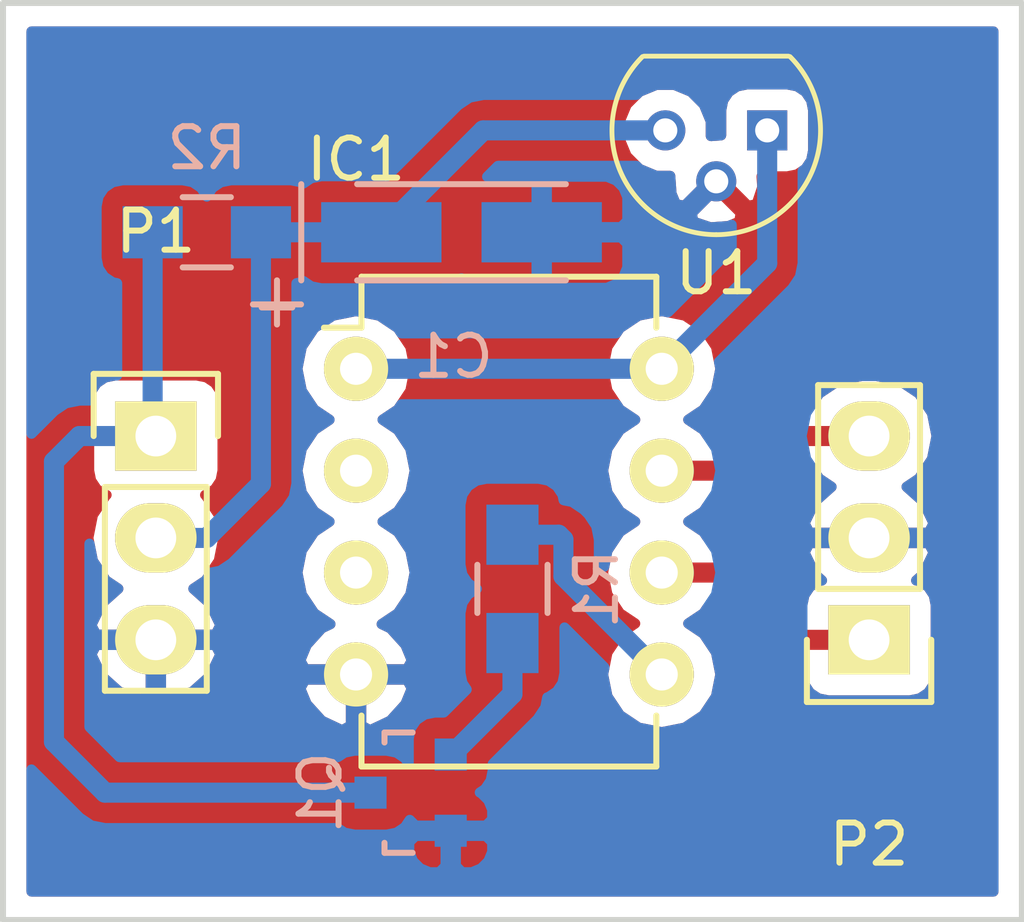
<source format=kicad_pcb>
(kicad_pcb (version 20170123) (host pcbnew no-vcs-found-0e6723b~58~ubuntu16.10.1)

  (general
    (links 16)
    (no_connects 0)
    (area 148.514999 102.159999 174.065001 125.170001)
    (thickness 1.6)
    (drawings 6)
    (tracks 29)
    (zones 0)
    (modules 8)
    (nets 11)
  )

  (page A4)
  (layers
    (0 F.Cu signal)
    (31 B.Cu signal)
    (32 B.Adhes user)
    (33 F.Adhes user)
    (34 B.Paste user)
    (35 F.Paste user)
    (36 B.SilkS user)
    (37 F.SilkS user)
    (38 B.Mask user)
    (39 F.Mask user)
    (40 Dwgs.User user)
    (41 Cmts.User user)
    (42 Eco1.User user)
    (43 Eco2.User user)
    (44 Edge.Cuts user)
    (45 Margin user)
    (46 B.CrtYd user)
    (47 F.CrtYd user)
    (48 B.Fab user)
    (49 F.Fab user)
  )

  (setup
    (last_trace_width 0.5)
    (trace_clearance 0.2)
    (zone_clearance 0.508)
    (zone_45_only no)
    (trace_min 0.2)
    (segment_width 0.2)
    (edge_width 0.15)
    (via_size 0.6)
    (via_drill 0.4)
    (via_min_size 0.4)
    (via_min_drill 0.3)
    (uvia_size 0.3)
    (uvia_drill 0.1)
    (uvias_allowed no)
    (uvia_min_size 0.2)
    (uvia_min_drill 0.1)
    (pcb_text_width 0.3)
    (pcb_text_size 1.5 1.5)
    (mod_edge_width 0.15)
    (mod_text_size 1 1)
    (mod_text_width 0.15)
    (pad_size 1.524 1.524)
    (pad_drill 0.8)
    (pad_to_mask_clearance 0.2)
    (aux_axis_origin 0 0)
    (visible_elements FFFFFF7F)
    (pcbplotparams
      (layerselection 0x010f0_ffffffff)
      (usegerberextensions true)
      (excludeedgelayer true)
      (linewidth 0.100000)
      (plotframeref false)
      (viasonmask false)
      (mode 1)
      (useauxorigin false)
      (hpglpennumber 1)
      (hpglpenspeed 20)
      (hpglpendiameter 15)
      (psnegative false)
      (psa4output false)
      (plotreference true)
      (plotvalue false)
      (plotinvisibletext false)
      (padsonsilk false)
      (subtractmaskfromsilk false)
      (outputformat 1)
      (mirror false)
      (drillshape 0)
      (scaleselection 1)
      (outputdirectory ""))
  )

  (net 0 "")
  (net 1 GND)
  (net 2 +12V)
  (net 3 +5V)
  (net 4 "Net-(IC1-Pad2)")
  (net 5 "Net-(IC1-Pad3)")
  (net 6 SIGNAL_OP)
  (net 7 "Net-(IC1-Pad6)")
  (net 8 "Net-(IC1-Pad7)")
  (net 9 12V_SIGNAL_OP)
  (net 10 "Net-(Q1-Pad1)")

  (net_class Default "This is the default net class."
    (clearance 0.2)
    (trace_width 0.5)
    (via_dia 0.6)
    (via_drill 0.4)
    (uvia_dia 0.3)
    (uvia_drill 0.1)
    (add_net +12V)
    (add_net +5V)
    (add_net 12V_SIGNAL_OP)
    (add_net GND)
    (add_net "Net-(IC1-Pad2)")
    (add_net "Net-(IC1-Pad3)")
    (add_net "Net-(IC1-Pad6)")
    (add_net "Net-(IC1-Pad7)")
    (add_net "Net-(Q1-Pad1)")
    (add_net SIGNAL_OP)
  )

  (module Housings_DIP:DIP-8_W7.62mm (layer F.Cu) (tedit 586849B9) (tstamp 5868237B)
    (at 157.3911 111.3536)
    (descr "8-lead dip package, row spacing 7.62 mm (300 mils)")
    (tags "dil dip 2.54 300")
    (path /58681D30)
    (fp_text reference IC1 (at 0 -5.22) (layer F.SilkS)
      (effects (font (size 1 1) (thickness 0.15)))
    )
    (fp_text value ATTINY45-P (at 3.8989 2.9464 90) (layer F.Fab)
      (effects (font (size 1 1) (thickness 0.15)))
    )
    (fp_line (start -1.05 -2.45) (end -1.05 10.1) (layer F.CrtYd) (width 0.05))
    (fp_line (start 8.65 -2.45) (end 8.65 10.1) (layer F.CrtYd) (width 0.05))
    (fp_line (start -1.05 -2.45) (end 8.65 -2.45) (layer F.CrtYd) (width 0.05))
    (fp_line (start -1.05 10.1) (end 8.65 10.1) (layer F.CrtYd) (width 0.05))
    (fp_line (start 0.135 -2.295) (end 0.135 -1.025) (layer F.SilkS) (width 0.15))
    (fp_line (start 7.485 -2.295) (end 7.485 -1.025) (layer F.SilkS) (width 0.15))
    (fp_line (start 7.485 9.915) (end 7.485 8.645) (layer F.SilkS) (width 0.15))
    (fp_line (start 0.135 9.915) (end 0.135 8.645) (layer F.SilkS) (width 0.15))
    (fp_line (start 0.135 -2.295) (end 7.485 -2.295) (layer F.SilkS) (width 0.15))
    (fp_line (start 0.135 9.915) (end 7.485 9.915) (layer F.SilkS) (width 0.15))
    (fp_line (start 0.135 -1.025) (end -0.8 -1.025) (layer F.SilkS) (width 0.15))
    (pad 1 thru_hole oval (at 0 0) (size 1.6 1.6) (drill 0.8) (layers *.Cu *.Mask F.SilkS)
      (net 3 +5V))
    (pad 2 thru_hole oval (at 0 2.54) (size 1.6 1.6) (drill 0.8) (layers *.Cu *.Mask F.SilkS)
      (net 4 "Net-(IC1-Pad2)"))
    (pad 3 thru_hole oval (at 0 5.08) (size 1.6 1.6) (drill 0.8) (layers *.Cu *.Mask F.SilkS)
      (net 5 "Net-(IC1-Pad3)"))
    (pad 4 thru_hole oval (at 0 7.62) (size 1.6 1.6) (drill 0.8) (layers *.Cu *.Mask F.SilkS)
      (net 1 GND))
    (pad 5 thru_hole oval (at 7.62 7.62) (size 1.6 1.6) (drill 0.8) (layers *.Cu *.Mask F.SilkS)
      (net 6 SIGNAL_OP))
    (pad 6 thru_hole oval (at 7.62 5.08) (size 1.6 1.6) (drill 0.8) (layers *.Cu *.Mask F.SilkS)
      (net 7 "Net-(IC1-Pad6)"))
    (pad 7 thru_hole oval (at 7.62 2.54) (size 1.6 1.6) (drill 0.8) (layers *.Cu *.Mask F.SilkS)
      (net 8 "Net-(IC1-Pad7)"))
    (pad 8 thru_hole oval (at 7.62 0) (size 1.6 1.6) (drill 0.8) (layers *.Cu *.Mask F.SilkS)
      (net 3 +5V))
    (model Housings_DIP.3dshapes/DIP-8_W7.62mm.wrl
      (at (xyz 0 0 0))
      (scale (xyz 1 1 1))
      (rotate (xyz 0 0 0))
    )
  )

  (module TO_SOT_Packages_THT:TO-92_Molded_Narrow (layer F.Cu) (tedit 58610942) (tstamp 58695084)
    (at 167.64 105.41 180)
    (descr "TO-92 leads molded, narrow, drill 0.6mm (see NXP sot054_po.pdf)")
    (tags "to-92 sc-43 sc-43a sot54 PA33 transistor")
    (path /58695418)
    (fp_text reference U1 (at 1.27 -3.556 180) (layer F.SilkS)
      (effects (font (size 1 1) (thickness 0.15)))
    )
    (fp_text value 7805 (at -2.54 -1.27 180) (layer F.Fab)
      (effects (font (size 1 1) (thickness 0.15)))
    )
    (fp_arc (start 1.27 0) (end 1.27 -2.6) (angle 135) (layer F.SilkS) (width 0.12))
    (fp_arc (start 1.27 0) (end 1.27 -2.48) (angle -135) (layer F.Fab) (width 0.1))
    (fp_arc (start 1.27 0) (end 1.27 -2.6) (angle -135) (layer F.SilkS) (width 0.12))
    (fp_arc (start 1.27 0) (end 1.27 -2.48) (angle 135) (layer F.Fab) (width 0.1))
    (fp_line (start -0.5 1.75) (end 3 1.75) (layer F.Fab) (width 0.1))
    (fp_line (start -0.53 1.85) (end 3.07 1.85) (layer F.SilkS) (width 0.12))
    (fp_line (start -1.65 2.2) (end -1.65 -2.9) (layer F.CrtYd) (width 0.05))
    (fp_line (start 4.15 2.2) (end -1.65 2.2) (layer F.CrtYd) (width 0.05))
    (fp_line (start 4.15 -2.9) (end 4.15 2.2) (layer F.CrtYd) (width 0.05))
    (fp_line (start -1.65 -2.9) (end 4.15 -2.9) (layer F.CrtYd) (width 0.05))
    (pad 1 thru_hole rect (at 0 0 270) (size 1 1) (drill 0.6) (layers *.Cu *.Mask)
      (net 3 +5V))
    (pad 3 thru_hole circle (at 2.54 0 270) (size 1 1) (drill 0.6) (layers *.Cu *.Mask)
      (net 2 +12V))
    (pad 2 thru_hole circle (at 1.27 -1.27 270) (size 1 1) (drill 0.6) (layers *.Cu *.Mask)
      (net 1 GND))
    (model TO_SOT_Packages_THT.3dshapes/TO-92_Molded_Narrow.wrl
      (at (xyz 0.05 0 0))
      (scale (xyz 1 1 1))
      (rotate (xyz 0 0 -90))
    )
  )

  (module Capacitors_Tantalum_SMD:TantalC_SizeA_EIA-3216_HandSoldering (layer B.Cu) (tedit 0) (tstamp 5868236F)
    (at 160.02 107.95)
    (descr "Tantal Cap. , Size A, EIA-3216, Hand Soldering,")
    (tags "Tantal Cap. , Size A, EIA-3216, Hand Soldering,")
    (path /5868280A)
    (attr smd)
    (fp_text reference C1 (at -0.20066 3.0988) (layer B.SilkS)
      (effects (font (size 1 1) (thickness 0.15)) (justify mirror))
    )
    (fp_text value CP (at -0.09906 -3.0988) (layer B.Fab)
      (effects (font (size 1 1) (thickness 0.15)) (justify mirror))
    )
    (fp_text user + (at -4.59994 1.80086) (layer B.SilkS)
      (effects (font (size 1 1) (thickness 0.15)) (justify mirror))
    )
    (fp_line (start -2.60096 -1.19888) (end 2.60096 -1.19888) (layer B.SilkS) (width 0.15))
    (fp_line (start 2.60096 1.19888) (end -2.60096 1.19888) (layer B.SilkS) (width 0.15))
    (fp_line (start -4.59994 2.2987) (end -4.59994 1.19888) (layer B.SilkS) (width 0.15))
    (fp_line (start -5.19938 1.79832) (end -4.0005 1.79832) (layer B.SilkS) (width 0.15))
    (fp_line (start -3.99542 1.19888) (end -3.99542 -1.19888) (layer B.SilkS) (width 0.15))
    (pad 2 smd rect (at 1.99898 0) (size 2.99974 1.50114) (layers B.Cu B.Paste B.Mask)
      (net 1 GND))
    (pad 1 smd rect (at -1.99898 0) (size 2.99974 1.50114) (layers B.Cu B.Paste B.Mask)
      (net 2 +12V))
    (model ${KISYS3DMOD}/Capacitors_Tantalum_SMD.3dshapes/CP_Tantalum_Case-A_EIA-3216-18.wrl
      (at (xyz 0 0 0))
      (scale (xyz 1 1 1))
      (rotate (xyz 0 0 0))
    )
  )

  (module Pin_Headers:Pin_Header_Straight_1x03 (layer F.Cu) (tedit 586849AD) (tstamp 58682382)
    (at 152.4 113.03)
    (descr "Through hole pin header")
    (tags "pin header")
    (path /58681BB9)
    (fp_text reference P1 (at 0 -5.1) (layer F.SilkS)
      (effects (font (size 1 1) (thickness 0.15)))
    )
    (fp_text value IO_CONN (at 0.635 7.62) (layer F.Fab)
      (effects (font (size 1 1) (thickness 0.15)))
    )
    (fp_line (start -1.75 -1.75) (end -1.75 6.85) (layer F.CrtYd) (width 0.05))
    (fp_line (start 1.75 -1.75) (end 1.75 6.85) (layer F.CrtYd) (width 0.05))
    (fp_line (start -1.75 -1.75) (end 1.75 -1.75) (layer F.CrtYd) (width 0.05))
    (fp_line (start -1.75 6.85) (end 1.75 6.85) (layer F.CrtYd) (width 0.05))
    (fp_line (start -1.27 1.27) (end -1.27 6.35) (layer F.SilkS) (width 0.15))
    (fp_line (start -1.27 6.35) (end 1.27 6.35) (layer F.SilkS) (width 0.15))
    (fp_line (start 1.27 6.35) (end 1.27 1.27) (layer F.SilkS) (width 0.15))
    (fp_line (start 1.55 -1.55) (end 1.55 0) (layer F.SilkS) (width 0.15))
    (fp_line (start 1.27 1.27) (end -1.27 1.27) (layer F.SilkS) (width 0.15))
    (fp_line (start -1.55 0) (end -1.55 -1.55) (layer F.SilkS) (width 0.15))
    (fp_line (start -1.55 -1.55) (end 1.55 -1.55) (layer F.SilkS) (width 0.15))
    (pad 1 thru_hole rect (at 0 0) (size 2.032 1.7272) (drill 1.016) (layers *.Cu *.Mask F.SilkS)
      (net 9 12V_SIGNAL_OP))
    (pad 2 thru_hole oval (at 0 2.54) (size 2.032 1.7272) (drill 1.016) (layers *.Cu *.Mask F.SilkS)
      (net 2 +12V))
    (pad 3 thru_hole oval (at 0 5.08) (size 2.032 1.7272) (drill 1.016) (layers *.Cu *.Mask F.SilkS)
      (net 1 GND))
    (model Pin_Headers.3dshapes/Pin_Header_Straight_1x03.wrl
      (at (xyz 0 -0.1 0))
      (scale (xyz 1 1 1))
      (rotate (xyz 0 0 0))
    )
    (model ${KISYS3DMOD}/Pin_Headers.3dshapes/Pin_Header_Angled_1x03_Pitch2.54mm.wrl
      (at (xyz 0 -0.09842519685039371 0))
      (scale (xyz 1 1 1))
      (rotate (xyz 0 0 -90))
    )
  )

  (module Pin_Headers:Pin_Header_Straight_1x03 (layer F.Cu) (tedit 586849A5) (tstamp 58682389)
    (at 170.18 118.11 180)
    (descr "Through hole pin header")
    (tags "pin header")
    (path /58681C6D)
    (fp_text reference P2 (at 0 -5.1 180) (layer F.SilkS)
      (effects (font (size 1 1) (thickness 0.15)))
    )
    (fp_text value SW_CONN (at 0.635 -2.54 180) (layer F.Fab)
      (effects (font (size 1 1) (thickness 0.15)))
    )
    (fp_line (start -1.75 -1.75) (end -1.75 6.85) (layer F.CrtYd) (width 0.05))
    (fp_line (start 1.75 -1.75) (end 1.75 6.85) (layer F.CrtYd) (width 0.05))
    (fp_line (start -1.75 -1.75) (end 1.75 -1.75) (layer F.CrtYd) (width 0.05))
    (fp_line (start -1.75 6.85) (end 1.75 6.85) (layer F.CrtYd) (width 0.05))
    (fp_line (start -1.27 1.27) (end -1.27 6.35) (layer F.SilkS) (width 0.15))
    (fp_line (start -1.27 6.35) (end 1.27 6.35) (layer F.SilkS) (width 0.15))
    (fp_line (start 1.27 6.35) (end 1.27 1.27) (layer F.SilkS) (width 0.15))
    (fp_line (start 1.55 -1.55) (end 1.55 0) (layer F.SilkS) (width 0.15))
    (fp_line (start 1.27 1.27) (end -1.27 1.27) (layer F.SilkS) (width 0.15))
    (fp_line (start -1.55 0) (end -1.55 -1.55) (layer F.SilkS) (width 0.15))
    (fp_line (start -1.55 -1.55) (end 1.55 -1.55) (layer F.SilkS) (width 0.15))
    (pad 1 thru_hole rect (at 0 0 180) (size 2.032 1.7272) (drill 1.016) (layers *.Cu *.Mask F.SilkS)
      (net 7 "Net-(IC1-Pad6)"))
    (pad 2 thru_hole oval (at 0 2.54 180) (size 2.032 1.7272) (drill 1.016) (layers *.Cu *.Mask F.SilkS)
      (net 1 GND))
    (pad 3 thru_hole oval (at 0 5.08 180) (size 2.032 1.7272) (drill 1.016) (layers *.Cu *.Mask F.SilkS)
      (net 8 "Net-(IC1-Pad7)"))
    (model ${KISYS3DMOD}/Pin_Headers.3dshapes/Pin_Header_Angled_1x03_Pitch2.54mm.wrl
      (at (xyz 0 -0.09842519685039371 0))
      (scale (xyz 1 1 1))
      (rotate (xyz 0 0 -90))
    )
  )

  (module TO_SOT_Packages_SMD:SOT-23 (layer B.Cu) (tedit 553634F8) (tstamp 58682390)
    (at 158.75 121.92 270)
    (descr "SOT-23, Standard")
    (tags SOT-23)
    (path /58682D58)
    (attr smd)
    (fp_text reference Q1 (at 0 2.25 270) (layer B.SilkS)
      (effects (font (size 1 1) (thickness 0.15)) (justify mirror))
    )
    (fp_text value BC849 (at 0 -2.3 270) (layer B.Fab)
      (effects (font (size 1 1) (thickness 0.15)) (justify mirror))
    )
    (fp_line (start -1.65 1.6) (end 1.65 1.6) (layer B.CrtYd) (width 0.05))
    (fp_line (start 1.65 1.6) (end 1.65 -1.6) (layer B.CrtYd) (width 0.05))
    (fp_line (start 1.65 -1.6) (end -1.65 -1.6) (layer B.CrtYd) (width 0.05))
    (fp_line (start -1.65 -1.6) (end -1.65 1.6) (layer B.CrtYd) (width 0.05))
    (fp_line (start 1.29916 0.65024) (end 1.2509 0.65024) (layer B.SilkS) (width 0.15))
    (fp_line (start -1.49982 -0.0508) (end -1.49982 0.65024) (layer B.SilkS) (width 0.15))
    (fp_line (start -1.49982 0.65024) (end -1.2509 0.65024) (layer B.SilkS) (width 0.15))
    (fp_line (start 1.29916 0.65024) (end 1.49982 0.65024) (layer B.SilkS) (width 0.15))
    (fp_line (start 1.49982 0.65024) (end 1.49982 -0.0508) (layer B.SilkS) (width 0.15))
    (pad 1 smd rect (at -0.95 -1.00076 270) (size 0.8001 0.8001) (layers B.Cu B.Paste B.Mask)
      (net 10 "Net-(Q1-Pad1)"))
    (pad 2 smd rect (at 0.95 -1.00076 270) (size 0.8001 0.8001) (layers B.Cu B.Paste B.Mask)
      (net 1 GND))
    (pad 3 smd rect (at 0 0.99822 270) (size 0.8001 0.8001) (layers B.Cu B.Paste B.Mask)
      (net 9 12V_SIGNAL_OP))
    (model TO_SOT_Packages_SMD.3dshapes/SOT-23.wrl
      (at (xyz 0 0 0))
      (scale (xyz 1 1 1))
      (rotate (xyz 0 0 0))
    )
  )

  (module Resistors_SMD:R_0805_HandSoldering (layer B.Cu) (tedit 597BA41C) (tstamp 58682396)
    (at 161.29 116.84 90)
    (descr "Resistor SMD 0805, hand soldering")
    (tags "resistor 0805")
    (path /5868298B)
    (attr smd)
    (fp_text reference R1 (at 0 2.1 90) (layer B.SilkS)
      (effects (font (size 1 1) (thickness 0.15)) (justify mirror))
    )
    (fp_text value R (at 0 -2.1 90) (layer B.Fab)
      (effects (font (size 1 1) (thickness 0.15)) (justify mirror))
    )
    (fp_line (start -2.4 1) (end 2.4 1) (layer B.CrtYd) (width 0.05))
    (fp_line (start -2.4 -1) (end 2.4 -1) (layer B.CrtYd) (width 0.05))
    (fp_line (start -2.4 1) (end -2.4 -1) (layer B.CrtYd) (width 0.05))
    (fp_line (start 2.4 1) (end 2.4 -1) (layer B.CrtYd) (width 0.05))
    (fp_line (start 0.6 -0.875) (end -0.6 -0.875) (layer B.SilkS) (width 0.15))
    (fp_line (start -0.6 0.875) (end 0.6 0.875) (layer B.SilkS) (width 0.15))
    (pad 1 smd rect (at -1.35 0 90) (size 1.5 1.3) (layers B.Cu B.Paste B.Mask)
      (net 10 "Net-(Q1-Pad1)"))
    (pad 2 smd rect (at 1.35 0 90) (size 1.5 1.3) (layers B.Cu B.Paste B.Mask)
      (net 6 SIGNAL_OP))
    (model ${KISYS3DMOD}/Resistors_SMD.3dshapes/R_0805.step
      (at (xyz 0 0 0))
      (scale (xyz 1 1 1))
      (rotate (xyz 0 0 0))
    )
  )

  (module Resistors_SMD:R_0805_HandSoldering (layer B.Cu) (tedit 54189DEE) (tstamp 5868239C)
    (at 153.67 107.95 180)
    (descr "Resistor SMD 0805, hand soldering")
    (tags "resistor 0805")
    (path /58682952)
    (attr smd)
    (fp_text reference R2 (at 0 2.1 180) (layer B.SilkS)
      (effects (font (size 1 1) (thickness 0.15)) (justify mirror))
    )
    (fp_text value R (at 0 -2.1 180) (layer B.Fab)
      (effects (font (size 1 1) (thickness 0.15)) (justify mirror))
    )
    (fp_line (start -2.4 1) (end 2.4 1) (layer B.CrtYd) (width 0.05))
    (fp_line (start -2.4 -1) (end 2.4 -1) (layer B.CrtYd) (width 0.05))
    (fp_line (start -2.4 1) (end -2.4 -1) (layer B.CrtYd) (width 0.05))
    (fp_line (start 2.4 1) (end 2.4 -1) (layer B.CrtYd) (width 0.05))
    (fp_line (start 0.6 -0.875) (end -0.6 -0.875) (layer B.SilkS) (width 0.15))
    (fp_line (start -0.6 0.875) (end 0.6 0.875) (layer B.SilkS) (width 0.15))
    (pad 1 smd rect (at -1.35 0 180) (size 1.5 1.3) (layers B.Cu B.Paste B.Mask)
      (net 2 +12V))
    (pad 2 smd rect (at 1.35 0 180) (size 1.5 1.3) (layers B.Cu B.Paste B.Mask)
      (net 9 12V_SIGNAL_OP))
    (model ${KISYS3DMOD}/Resistors_SMD.3dshapes/R_0805.wrl
      (at (xyz 0 0 0))
      (scale (xyz 1 1 1))
      (rotate (xyz 0 0 0))
    )
  )

  (gr_line (start 148.59 125.095) (end 148.59 102.235) (angle 90) (layer Edge.Cuts) (width 0.15))
  (gr_line (start 148.59 125.095) (end 150.495 125.095) (angle 90) (layer Edge.Cuts) (width 0.15))
  (gr_line (start 173.99 125.095) (end 149.225 125.095) (angle 90) (layer Edge.Cuts) (width 0.15))
  (gr_line (start 173.99 102.235) (end 173.99 125.095) (angle 90) (layer Edge.Cuts) (width 0.15))
  (gr_line (start 171.45 102.235) (end 173.99 102.235) (angle 90) (layer Edge.Cuts) (width 0.15))
  (gr_line (start 148.59 102.235) (end 171.45 102.235) (angle 90) (layer Edge.Cuts) (width 0.15))

  (segment (start 165.1 105.41) (end 160.56102 105.41) (width 0.5) (layer B.Cu) (net 2))
  (segment (start 160.56102 105.41) (end 158.02102 107.95) (width 0.5) (layer B.Cu) (net 2) (tstamp 58695B25))
  (segment (start 152.4 115.57) (end 153.67 115.57) (width 0.5) (layer B.Cu) (net 2))
  (segment (start 155.02 114.22) (end 155.02 107.95) (width 0.5) (layer B.Cu) (net 2) (tstamp 58682D9B))
  (segment (start 153.67 115.57) (end 155.02 114.22) (width 0.5) (layer B.Cu) (net 2) (tstamp 58682D9A))
  (segment (start 155.02 107.95) (end 158.02102 107.95) (width 0.5) (layer B.Cu) (net 2))
  (segment (start 167.64 105.41) (end 167.64 108.7247) (width 0.5) (layer B.Cu) (net 3))
  (segment (start 167.64 108.7247) (end 165.0111 111.3536) (width 0.5) (layer B.Cu) (net 3) (tstamp 58682D93))
  (segment (start 157.3911 111.3536) (end 165.0111 111.3536) (width 0.5) (layer B.Cu) (net 3))
  (segment (start 162.56 116.5225) (end 162.56 115.61) (width 0.5) (layer B.Cu) (net 6))
  (segment (start 162.44 115.49) (end 161.29 115.49) (width 0.5) (layer B.Cu) (net 6))
  (segment (start 162.56 115.61) (end 162.44 115.49) (width 0.5) (layer B.Cu) (net 6))
  (segment (start 165.0111 118.9736) (end 162.56 116.5225) (width 0.5) (layer B.Cu) (net 6))
  (segment (start 170.18 118.11) (end 168.275 118.11) (width 0.5) (layer F.Cu) (net 7))
  (segment (start 166.5986 116.4336) (end 165.0111 116.4336) (width 0.5) (layer F.Cu) (net 7) (tstamp 586826EE))
  (segment (start 168.275 118.11) (end 166.5986 116.4336) (width 0.5) (layer F.Cu) (net 7) (tstamp 586826EB))
  (segment (start 165.0111 113.8936) (end 166.7764 113.8936) (width 0.5) (layer F.Cu) (net 8))
  (segment (start 167.64 113.03) (end 170.18 113.03) (width 0.5) (layer F.Cu) (net 8) (tstamp 586826E7))
  (segment (start 166.7764 113.8936) (end 167.64 113.03) (width 0.5) (layer F.Cu) (net 8) (tstamp 586826E3))
  (segment (start 157.75178 121.92) (end 151.13 121.92) (width 0.5) (layer B.Cu) (net 9))
  (segment (start 150.495 113.03) (end 152.4 113.03) (width 0.5) (layer B.Cu) (net 9) (tstamp 58682739))
  (segment (start 149.86 113.665) (end 150.495 113.03) (width 0.5) (layer B.Cu) (net 9) (tstamp 58682737))
  (segment (start 149.86 120.65) (end 149.86 113.665) (width 0.5) (layer B.Cu) (net 9) (tstamp 58682734))
  (segment (start 151.13 121.92) (end 149.86 120.65) (width 0.5) (layer B.Cu) (net 9) (tstamp 58682732))
  (segment (start 152.32 107.95) (end 152.32 112.95) (width 0.5) (layer B.Cu) (net 9))
  (segment (start 152.32 112.95) (end 152.4 113.03) (width 0.5) (layer B.Cu) (net 9) (tstamp 5868272B))
  (segment (start 161.29 119.46) (end 161.29 118.19) (width 0.5) (layer B.Cu) (net 10))
  (segment (start 159.75076 120.97) (end 159.78 120.97) (width 0.5) (layer B.Cu) (net 10))
  (segment (start 159.78 120.97) (end 161.29 119.46) (width 0.5) (layer B.Cu) (net 10) (tstamp 5868273F))

  (zone (net 1) (net_name GND) (layer F.Cu) (tstamp 5868304C) (hatch edge 0.508)
    (connect_pads (clearance 0.508))
    (min_thickness 0.254)
    (fill yes (arc_segments 16) (thermal_gap 0.508) (thermal_bridge_width 0.508))
    (polygon
      (pts
        (xy 173.99 102.235) (xy 173.99 125.095) (xy 148.59 125.095) (xy 148.59 102.235)
      )
    )
    (filled_polygon
      (pts
        (xy 173.28 124.385) (xy 149.3 124.385) (xy 149.3 118.469026) (xy 150.792642 118.469026) (xy 150.795291 118.484791)
        (xy 151.049268 119.012036) (xy 151.48568 119.401954) (xy 152.038087 119.595184) (xy 152.273 119.450924) (xy 152.273 118.237)
        (xy 152.527 118.237) (xy 152.527 119.450924) (xy 152.761913 119.595184) (xy 153.31432 119.401954) (xy 153.403092 119.322639)
        (xy 155.999196 119.322639) (xy 156.160059 119.711023) (xy 156.535966 120.125989) (xy 157.042059 120.365514) (xy 157.2641 120.244229)
        (xy 157.2641 119.1006) (xy 157.5181 119.1006) (xy 157.5181 120.244229) (xy 157.740141 120.365514) (xy 158.246234 120.125989)
        (xy 158.622141 119.711023) (xy 158.783004 119.322639) (xy 158.661015 119.1006) (xy 157.5181 119.1006) (xy 157.2641 119.1006)
        (xy 156.121185 119.1006) (xy 155.999196 119.322639) (xy 153.403092 119.322639) (xy 153.750732 119.012036) (xy 154.004709 118.484791)
        (xy 154.007358 118.469026) (xy 153.886217 118.237) (xy 152.527 118.237) (xy 152.273 118.237) (xy 150.913783 118.237)
        (xy 150.792642 118.469026) (xy 149.3 118.469026) (xy 149.3 115.57) (xy 150.716655 115.57) (xy 150.830729 116.143489)
        (xy 151.155585 116.62967) (xy 151.465069 116.836461) (xy 151.049268 117.207964) (xy 150.795291 117.735209) (xy 150.792642 117.750974)
        (xy 150.913783 117.983) (xy 152.273 117.983) (xy 152.273 117.963) (xy 152.527 117.963) (xy 152.527 117.983)
        (xy 153.886217 117.983) (xy 154.007358 117.750974) (xy 154.004709 117.735209) (xy 153.750732 117.207964) (xy 153.334931 116.836461)
        (xy 153.644415 116.62967) (xy 153.969271 116.143489) (xy 154.083345 115.57) (xy 153.969271 114.996511) (xy 153.644415 114.51033)
        (xy 153.627434 114.498984) (xy 153.663765 114.491757) (xy 153.873809 114.351409) (xy 154.014157 114.141365) (xy 154.06344 113.8936)
        (xy 154.06344 112.1664) (xy 154.014157 111.918635) (xy 153.873809 111.708591) (xy 153.663765 111.568243) (xy 153.416 111.51896)
        (xy 151.384 111.51896) (xy 151.136235 111.568243) (xy 150.926191 111.708591) (xy 150.785843 111.918635) (xy 150.73656 112.1664)
        (xy 150.73656 113.8936) (xy 150.785843 114.141365) (xy 150.926191 114.351409) (xy 151.136235 114.491757) (xy 151.172566 114.498984)
        (xy 151.155585 114.51033) (xy 150.830729 114.996511) (xy 150.716655 115.57) (xy 149.3 115.57) (xy 149.3 111.3536)
        (xy 155.927987 111.3536) (xy 156.03722 111.902751) (xy 156.348289 112.368298) (xy 156.730375 112.6236) (xy 156.348289 112.878902)
        (xy 156.03722 113.344449) (xy 155.927987 113.8936) (xy 156.03722 114.442751) (xy 156.348289 114.908298) (xy 156.730375 115.1636)
        (xy 156.348289 115.418902) (xy 156.03722 115.884449) (xy 155.927987 116.4336) (xy 156.03722 116.982751) (xy 156.348289 117.448298)
        (xy 156.752803 117.718586) (xy 156.535966 117.821211) (xy 156.160059 118.236177) (xy 155.999196 118.624561) (xy 156.121185 118.8466)
        (xy 157.2641 118.8466) (xy 157.2641 118.8266) (xy 157.5181 118.8266) (xy 157.5181 118.8466) (xy 158.661015 118.8466)
        (xy 158.783004 118.624561) (xy 158.622141 118.236177) (xy 158.246234 117.821211) (xy 158.029397 117.718586) (xy 158.433911 117.448298)
        (xy 158.74498 116.982751) (xy 158.854213 116.4336) (xy 158.74498 115.884449) (xy 158.433911 115.418902) (xy 158.051825 115.1636)
        (xy 158.433911 114.908298) (xy 158.74498 114.442751) (xy 158.854213 113.8936) (xy 158.74498 113.344449) (xy 158.433911 112.878902)
        (xy 158.051825 112.6236) (xy 158.433911 112.368298) (xy 158.74498 111.902751) (xy 158.854213 111.3536) (xy 163.547987 111.3536)
        (xy 163.65722 111.902751) (xy 163.968289 112.368298) (xy 164.350375 112.6236) (xy 163.968289 112.878902) (xy 163.65722 113.344449)
        (xy 163.547987 113.8936) (xy 163.65722 114.442751) (xy 163.968289 114.908298) (xy 164.350375 115.1636) (xy 163.968289 115.418902)
        (xy 163.65722 115.884449) (xy 163.547987 116.4336) (xy 163.65722 116.982751) (xy 163.968289 117.448298) (xy 164.350375 117.7036)
        (xy 163.968289 117.958902) (xy 163.65722 118.424449) (xy 163.547987 118.9736) (xy 163.65722 119.522751) (xy 163.968289 119.988298)
        (xy 164.433836 120.299367) (xy 164.982987 120.4086) (xy 165.039213 120.4086) (xy 165.588364 120.299367) (xy 166.053911 119.988298)
        (xy 166.36498 119.522751) (xy 166.474213 118.9736) (xy 166.36498 118.424449) (xy 166.053911 117.958902) (xy 165.671825 117.7036)
        (xy 166.053911 117.448298) (xy 166.140573 117.3186) (xy 166.23202 117.3186) (xy 167.649208 118.735787) (xy 167.64921 118.73579)
        (xy 167.936325 118.927633) (xy 167.992516 118.93881) (xy 168.275 118.995001) (xy 168.275005 118.995) (xy 168.520817 118.995)
        (xy 168.565843 119.221365) (xy 168.706191 119.431409) (xy 168.916235 119.571757) (xy 169.164 119.62104) (xy 171.196 119.62104)
        (xy 171.443765 119.571757) (xy 171.653809 119.431409) (xy 171.794157 119.221365) (xy 171.84344 118.9736) (xy 171.84344 117.2464)
        (xy 171.794157 116.998635) (xy 171.653809 116.788591) (xy 171.443765 116.648243) (xy 171.35359 116.630306) (xy 171.530732 116.472036)
        (xy 171.784709 115.944791) (xy 171.787358 115.929026) (xy 171.666217 115.697) (xy 170.307 115.697) (xy 170.307 115.717)
        (xy 170.053 115.717) (xy 170.053 115.697) (xy 168.693783 115.697) (xy 168.572642 115.929026) (xy 168.575291 115.944791)
        (xy 168.829268 116.472036) (xy 169.00641 116.630306) (xy 168.916235 116.648243) (xy 168.706191 116.788591) (xy 168.565843 116.998635)
        (xy 168.540852 117.124273) (xy 167.22439 115.80781) (xy 167.05855 115.697) (xy 166.937275 115.615967) (xy 166.881084 115.60479)
        (xy 166.5986 115.548599) (xy 166.598595 115.5486) (xy 166.140573 115.5486) (xy 166.053911 115.418902) (xy 165.671825 115.1636)
        (xy 166.053911 114.908298) (xy 166.140573 114.7786) (xy 166.776395 114.7786) (xy 166.7764 114.778601) (xy 167.058884 114.72241)
        (xy 167.115075 114.711233) (xy 167.40219 114.51939) (xy 168.006579 113.915) (xy 168.818874 113.915) (xy 168.935585 114.08967)
        (xy 169.245069 114.296461) (xy 168.829268 114.667964) (xy 168.575291 115.195209) (xy 168.572642 115.210974) (xy 168.693783 115.443)
        (xy 170.053 115.443) (xy 170.053 115.423) (xy 170.307 115.423) (xy 170.307 115.443) (xy 171.666217 115.443)
        (xy 171.787358 115.210974) (xy 171.784709 115.195209) (xy 171.530732 114.667964) (xy 171.114931 114.296461) (xy 171.424415 114.08967)
        (xy 171.749271 113.603489) (xy 171.863345 113.03) (xy 171.749271 112.456511) (xy 171.424415 111.97033) (xy 170.938234 111.645474)
        (xy 170.364745 111.5314) (xy 169.995255 111.5314) (xy 169.421766 111.645474) (xy 168.935585 111.97033) (xy 168.818874 112.145)
        (xy 167.640005 112.145) (xy 167.64 112.144999) (xy 167.357516 112.20119) (xy 167.301325 112.212367) (xy 167.01421 112.40421)
        (xy 167.014208 112.404213) (xy 166.40982 113.0086) (xy 166.140573 113.0086) (xy 166.053911 112.878902) (xy 165.671825 112.6236)
        (xy 166.053911 112.368298) (xy 166.36498 111.902751) (xy 166.474213 111.3536) (xy 166.36498 110.804449) (xy 166.053911 110.338902)
        (xy 165.588364 110.027833) (xy 165.039213 109.9186) (xy 164.982987 109.9186) (xy 164.433836 110.027833) (xy 163.968289 110.338902)
        (xy 163.65722 110.804449) (xy 163.547987 111.3536) (xy 158.854213 111.3536) (xy 158.74498 110.804449) (xy 158.433911 110.338902)
        (xy 157.968364 110.027833) (xy 157.419213 109.9186) (xy 157.362987 109.9186) (xy 156.813836 110.027833) (xy 156.348289 110.338902)
        (xy 156.03722 110.804449) (xy 155.927987 111.3536) (xy 149.3 111.3536) (xy 149.3 107.470104) (xy 165.759501 107.470104)
        (xy 165.796648 107.685217) (xy 166.224972 107.828112) (xy 166.675375 107.796217) (xy 166.943352 107.685217) (xy 166.980499 107.470104)
        (xy 166.37 106.859605) (xy 165.759501 107.470104) (xy 149.3 107.470104) (xy 149.3 105.634775) (xy 163.964803 105.634775)
        (xy 164.137233 106.052086) (xy 164.456235 106.371645) (xy 164.873244 106.544803) (xy 165.222606 106.545108) (xy 165.253783 106.985375)
        (xy 165.364783 107.253352) (xy 165.579896 107.290499) (xy 166.190395 106.68) (xy 166.176253 106.665858) (xy 166.355858 106.486253)
        (xy 166.37 106.500395) (xy 166.384143 106.486253) (xy 166.563748 106.665858) (xy 166.549605 106.68) (xy 167.160104 107.290499)
        (xy 167.375217 107.253352) (xy 167.518112 106.825028) (xy 167.499163 106.55744) (xy 168.14 106.55744) (xy 168.387765 106.508157)
        (xy 168.597809 106.367809) (xy 168.738157 106.157765) (xy 168.78744 105.91) (xy 168.78744 104.91) (xy 168.738157 104.662235)
        (xy 168.597809 104.452191) (xy 168.387765 104.311843) (xy 168.14 104.26256) (xy 167.14 104.26256) (xy 166.892235 104.311843)
        (xy 166.682191 104.452191) (xy 166.541843 104.662235) (xy 166.49256 104.91) (xy 166.49256 105.533479) (xy 166.234877 105.551727)
        (xy 166.235197 105.185225) (xy 166.062767 104.767914) (xy 165.743765 104.448355) (xy 165.326756 104.275197) (xy 164.875225 104.274803)
        (xy 164.457914 104.447233) (xy 164.138355 104.766235) (xy 163.965197 105.183244) (xy 163.964803 105.634775) (xy 149.3 105.634775)
        (xy 149.3 102.945) (xy 173.28 102.945)
      )
    )
  )
  (zone (net 1) (net_name GND) (layer B.Cu) (tstamp 58683071) (hatch edge 0.508)
    (connect_pads (clearance 0.508))
    (min_thickness 0.254)
    (fill yes (arc_segments 16) (thermal_gap 0.508) (thermal_bridge_width 0.508))
    (polygon
      (pts
        (xy 173.99 102.235) (xy 173.99 125.095) (xy 148.59 125.095) (xy 148.59 102.235)
      )
    )
    (filled_polygon
      (pts
        (xy 173.28 124.385) (xy 149.3 124.385) (xy 149.3 123.15575) (xy 158.71571 123.15575) (xy 158.71571 123.396359)
        (xy 158.812383 123.629748) (xy 158.991011 123.808377) (xy 159.2244 123.90505) (xy 159.46501 123.90505) (xy 159.62376 123.7463)
        (xy 159.62376 122.997) (xy 159.87776 122.997) (xy 159.87776 123.7463) (xy 160.03651 123.90505) (xy 160.27712 123.90505)
        (xy 160.510509 123.808377) (xy 160.689137 123.629748) (xy 160.78581 123.396359) (xy 160.78581 123.15575) (xy 160.62706 122.997)
        (xy 159.87776 122.997) (xy 159.62376 122.997) (xy 158.87446 122.997) (xy 158.71571 123.15575) (xy 149.3 123.15575)
        (xy 149.3 121.34158) (xy 150.504208 122.545787) (xy 150.50421 122.54579) (xy 150.791325 122.737633) (xy 151.13 122.805001)
        (xy 151.130005 122.805) (xy 156.93454 122.805) (xy 157.103965 122.918207) (xy 157.35173 122.96749) (xy 158.15183 122.96749)
        (xy 158.399595 122.918207) (xy 158.609639 122.777859) (xy 158.729675 122.598215) (xy 158.87446 122.743) (xy 159.62376 122.743)
        (xy 159.62376 122.723) (xy 159.87776 122.723) (xy 159.87776 122.743) (xy 160.62706 122.743) (xy 160.78581 122.58425)
        (xy 160.78581 122.343641) (xy 160.689137 122.110252) (xy 160.510509 121.931623) (xy 160.475209 121.917001) (xy 160.608619 121.827859)
        (xy 160.748967 121.617815) (xy 160.79825 121.37005) (xy 160.79825 121.20333) (xy 161.915787 120.085792) (xy 161.91579 120.08579)
        (xy 162.107633 119.798675) (xy 162.158287 119.54402) (xy 162.187765 119.538157) (xy 162.397809 119.397809) (xy 162.538157 119.187765)
        (xy 162.58744 118.94) (xy 162.58744 117.80152) (xy 163.583083 118.797162) (xy 163.547987 118.9736) (xy 163.65722 119.522751)
        (xy 163.968289 119.988298) (xy 164.433836 120.299367) (xy 164.982987 120.4086) (xy 165.039213 120.4086) (xy 165.588364 120.299367)
        (xy 166.053911 119.988298) (xy 166.36498 119.522751) (xy 166.474213 118.9736) (xy 166.36498 118.424449) (xy 166.053911 117.958902)
        (xy 165.671825 117.7036) (xy 166.053911 117.448298) (xy 166.188815 117.2464) (xy 168.51656 117.2464) (xy 168.51656 118.9736)
        (xy 168.565843 119.221365) (xy 168.706191 119.431409) (xy 168.916235 119.571757) (xy 169.164 119.62104) (xy 171.196 119.62104)
        (xy 171.443765 119.571757) (xy 171.653809 119.431409) (xy 171.794157 119.221365) (xy 171.84344 118.9736) (xy 171.84344 117.2464)
        (xy 171.794157 116.998635) (xy 171.653809 116.788591) (xy 171.443765 116.648243) (xy 171.35359 116.630306) (xy 171.530732 116.472036)
        (xy 171.784709 115.944791) (xy 171.787358 115.929026) (xy 171.666217 115.697) (xy 170.307 115.697) (xy 170.307 115.717)
        (xy 170.053 115.717) (xy 170.053 115.697) (xy 168.693783 115.697) (xy 168.572642 115.929026) (xy 168.575291 115.944791)
        (xy 168.829268 116.472036) (xy 169.00641 116.630306) (xy 168.916235 116.648243) (xy 168.706191 116.788591) (xy 168.565843 116.998635)
        (xy 168.51656 117.2464) (xy 166.188815 117.2464) (xy 166.36498 116.982751) (xy 166.474213 116.4336) (xy 166.36498 115.884449)
        (xy 166.053911 115.418902) (xy 165.671825 115.1636) (xy 166.053911 114.908298) (xy 166.36498 114.442751) (xy 166.474213 113.8936)
        (xy 166.36498 113.344449) (xy 166.154872 113.03) (xy 168.496655 113.03) (xy 168.610729 113.603489) (xy 168.935585 114.08967)
        (xy 169.245069 114.296461) (xy 168.829268 114.667964) (xy 168.575291 115.195209) (xy 168.572642 115.210974) (xy 168.693783 115.443)
        (xy 170.053 115.443) (xy 170.053 115.423) (xy 170.307 115.423) (xy 170.307 115.443) (xy 171.666217 115.443)
        (xy 171.787358 115.210974) (xy 171.784709 115.195209) (xy 171.530732 114.667964) (xy 171.114931 114.296461) (xy 171.424415 114.08967)
        (xy 171.749271 113.603489) (xy 171.863345 113.03) (xy 171.749271 112.456511) (xy 171.424415 111.97033) (xy 170.938234 111.645474)
        (xy 170.364745 111.5314) (xy 169.995255 111.5314) (xy 169.421766 111.645474) (xy 168.935585 111.97033) (xy 168.610729 112.456511)
        (xy 168.496655 113.03) (xy 166.154872 113.03) (xy 166.053911 112.878902) (xy 165.671825 112.6236) (xy 166.053911 112.368298)
        (xy 166.36498 111.902751) (xy 166.474213 111.3536) (xy 166.439117 111.177162) (xy 168.265787 109.350492) (xy 168.26579 109.35049)
        (xy 168.457633 109.063375) (xy 168.50306 108.835) (xy 168.525001 108.7247) (xy 168.525 108.724695) (xy 168.525 106.416459)
        (xy 168.597809 106.367809) (xy 168.738157 106.157765) (xy 168.78744 105.91) (xy 168.78744 104.91) (xy 168.738157 104.662235)
        (xy 168.597809 104.452191) (xy 168.387765 104.311843) (xy 168.14 104.26256) (xy 167.14 104.26256) (xy 166.892235 104.311843)
        (xy 166.682191 104.452191) (xy 166.541843 104.662235) (xy 166.49256 104.91) (xy 166.49256 105.533479) (xy 166.234877 105.551727)
        (xy 166.235197 105.185225) (xy 166.062767 104.767914) (xy 165.743765 104.448355) (xy 165.326756 104.275197) (xy 164.875225 104.274803)
        (xy 164.457914 104.447233) (xy 164.380011 104.525) (xy 160.56102 104.525) (xy 160.222345 104.592367) (xy 159.93523 104.78421)
        (xy 159.935228 104.784213) (xy 158.16745 106.55199) (xy 156.52115 106.55199) (xy 156.273385 106.601273) (xy 156.070319 106.736959)
        (xy 156.017765 106.701843) (xy 155.77 106.65256) (xy 154.27 106.65256) (xy 154.022235 106.701843) (xy 153.812191 106.842191)
        (xy 153.671843 107.052235) (xy 153.67 107.0615) (xy 153.668157 107.052235) (xy 153.527809 106.842191) (xy 153.317765 106.701843)
        (xy 153.07 106.65256) (xy 151.57 106.65256) (xy 151.322235 106.701843) (xy 151.112191 106.842191) (xy 150.971843 107.052235)
        (xy 150.92256 107.3) (xy 150.92256 108.6) (xy 150.971843 108.847765) (xy 151.112191 109.057809) (xy 151.322235 109.198157)
        (xy 151.435 109.220587) (xy 151.435 111.51896) (xy 151.384 111.51896) (xy 151.136235 111.568243) (xy 150.926191 111.708591)
        (xy 150.785843 111.918635) (xy 150.740817 112.145) (xy 150.495005 112.145) (xy 150.495 112.144999) (xy 150.156326 112.212366)
        (xy 150.156324 112.212367) (xy 150.156325 112.212367) (xy 149.86921 112.40421) (xy 149.869208 112.404213) (xy 149.3 112.97342)
        (xy 149.3 102.945) (xy 173.28 102.945)
      )
    )
    (filled_polygon
      (pts
        (xy 164.456235 106.371645) (xy 164.873244 106.544803) (xy 165.222606 106.545108) (xy 165.253783 106.985375) (xy 165.364783 107.253352)
        (xy 165.579896 107.290499) (xy 166.190395 106.68) (xy 166.176253 106.665858) (xy 166.355858 106.486253) (xy 166.37 106.500395)
        (xy 166.384143 106.486253) (xy 166.563748 106.665858) (xy 166.549605 106.68) (xy 166.563748 106.694143) (xy 166.384143 106.873748)
        (xy 166.37 106.859605) (xy 165.759501 107.470104) (xy 165.796648 107.685217) (xy 166.224972 107.828112) (xy 166.675375 107.796217)
        (xy 166.755 107.763235) (xy 166.755 108.358121) (xy 165.168753 109.944367) (xy 165.039213 109.9186) (xy 164.982987 109.9186)
        (xy 164.433836 110.027833) (xy 163.968289 110.338902) (xy 163.881627 110.4686) (xy 158.520573 110.4686) (xy 158.433911 110.338902)
        (xy 157.968364 110.027833) (xy 157.419213 109.9186) (xy 157.362987 109.9186) (xy 156.813836 110.027833) (xy 156.348289 110.338902)
        (xy 156.03722 110.804449) (xy 155.927987 111.3536) (xy 156.03722 111.902751) (xy 156.348289 112.368298) (xy 156.730375 112.6236)
        (xy 156.348289 112.878902) (xy 156.03722 113.344449) (xy 155.927987 113.8936) (xy 156.03722 114.442751) (xy 156.348289 114.908298)
        (xy 156.730375 115.1636) (xy 156.348289 115.418902) (xy 156.03722 115.884449) (xy 155.927987 116.4336) (xy 156.03722 116.982751)
        (xy 156.348289 117.448298) (xy 156.752803 117.718586) (xy 156.535966 117.821211) (xy 156.160059 118.236177) (xy 155.999196 118.624561)
        (xy 156.121185 118.8466) (xy 157.2641 118.8466) (xy 157.2641 118.8266) (xy 157.5181 118.8266) (xy 157.5181 118.8466)
        (xy 158.661015 118.8466) (xy 158.783004 118.624561) (xy 158.622141 118.236177) (xy 158.246234 117.821211) (xy 158.029397 117.718586)
        (xy 158.433911 117.448298) (xy 158.74498 116.982751) (xy 158.854213 116.4336) (xy 158.74498 115.884449) (xy 158.433911 115.418902)
        (xy 158.051825 115.1636) (xy 158.433911 114.908298) (xy 158.74498 114.442751) (xy 158.854213 113.8936) (xy 158.74498 113.344449)
        (xy 158.433911 112.878902) (xy 158.051825 112.6236) (xy 158.433911 112.368298) (xy 158.520573 112.2386) (xy 163.881627 112.2386)
        (xy 163.968289 112.368298) (xy 164.350375 112.6236) (xy 163.968289 112.878902) (xy 163.65722 113.344449) (xy 163.547987 113.8936)
        (xy 163.65722 114.442751) (xy 163.968289 114.908298) (xy 164.350375 115.1636) (xy 163.968289 115.418902) (xy 163.65722 115.884449)
        (xy 163.57697 116.287891) (xy 163.445 116.15592) (xy 163.445 115.610005) (xy 163.445001 115.61) (xy 163.377633 115.271326)
        (xy 163.377633 115.271325) (xy 163.18579 114.98421) (xy 163.185787 114.984208) (xy 163.06579 114.86421) (xy 163.038222 114.84579)
        (xy 162.778675 114.672367) (xy 162.722484 114.66119) (xy 162.565555 114.629974) (xy 162.538157 114.492235) (xy 162.397809 114.282191)
        (xy 162.187765 114.141843) (xy 161.94 114.09256) (xy 160.64 114.09256) (xy 160.392235 114.141843) (xy 160.182191 114.282191)
        (xy 160.041843 114.492235) (xy 159.99256 114.74) (xy 159.99256 116.24) (xy 160.041843 116.487765) (xy 160.182191 116.697809)
        (xy 160.392235 116.838157) (xy 160.4015 116.84) (xy 160.392235 116.841843) (xy 160.182191 116.982191) (xy 160.041843 117.192235)
        (xy 159.99256 117.44) (xy 159.99256 118.94) (xy 160.041843 119.187765) (xy 160.149515 119.348906) (xy 159.57591 119.92251)
        (xy 159.35071 119.92251) (xy 159.102945 119.971793) (xy 158.892901 120.112141) (xy 158.752553 120.322185) (xy 158.70327 120.56995)
        (xy 158.70327 121.202269) (xy 158.609639 121.062141) (xy 158.399595 120.921793) (xy 158.15183 120.87251) (xy 157.35173 120.87251)
        (xy 157.103965 120.921793) (xy 156.93454 121.035) (xy 151.496579 121.035) (xy 150.745 120.28342) (xy 150.745 118.469026)
        (xy 150.792642 118.469026) (xy 150.795291 118.484791) (xy 151.049268 119.012036) (xy 151.48568 119.401954) (xy 152.038087 119.595184)
        (xy 152.273 119.450924) (xy 152.273 118.237) (xy 152.527 118.237) (xy 152.527 119.450924) (xy 152.761913 119.595184)
        (xy 153.31432 119.401954) (xy 153.403092 119.322639) (xy 155.999196 119.322639) (xy 156.160059 119.711023) (xy 156.535966 120.125989)
        (xy 157.042059 120.365514) (xy 157.2641 120.244229) (xy 157.2641 119.1006) (xy 157.5181 119.1006) (xy 157.5181 120.244229)
        (xy 157.740141 120.365514) (xy 158.246234 120.125989) (xy 158.622141 119.711023) (xy 158.783004 119.322639) (xy 158.661015 119.1006)
        (xy 157.5181 119.1006) (xy 157.2641 119.1006) (xy 156.121185 119.1006) (xy 155.999196 119.322639) (xy 153.403092 119.322639)
        (xy 153.750732 119.012036) (xy 154.004709 118.484791) (xy 154.007358 118.469026) (xy 153.886217 118.237) (xy 152.527 118.237)
        (xy 152.273 118.237) (xy 150.913783 118.237) (xy 150.792642 118.469026) (xy 150.745 118.469026) (xy 150.745 115.7125)
        (xy 150.830729 116.143489) (xy 151.155585 116.62967) (xy 151.465069 116.836461) (xy 151.049268 117.207964) (xy 150.795291 117.735209)
        (xy 150.792642 117.750974) (xy 150.913783 117.983) (xy 152.273 117.983) (xy 152.273 117.963) (xy 152.527 117.963)
        (xy 152.527 117.983) (xy 153.886217 117.983) (xy 154.007358 117.750974) (xy 154.004709 117.735209) (xy 153.750732 117.207964)
        (xy 153.334931 116.836461) (xy 153.644415 116.62967) (xy 153.775093 116.434096) (xy 153.952484 116.39881) (xy 154.008675 116.387633)
        (xy 154.29579 116.19579) (xy 155.645787 114.845792) (xy 155.64579 114.84579) (xy 155.837633 114.558675) (xy 155.905 114.22)
        (xy 155.905 109.220587) (xy 156.017765 109.198157) (xy 156.070319 109.163041) (xy 156.273385 109.298727) (xy 156.52115 109.34801)
        (xy 159.52089 109.34801) (xy 159.768655 109.298727) (xy 159.978699 109.158379) (xy 160.018831 109.098317) (xy 160.159412 109.238897)
        (xy 160.392801 109.33557) (xy 161.73323 109.33557) (xy 161.89198 109.17682) (xy 161.89198 108.077) (xy 162.14598 108.077)
        (xy 162.14598 109.17682) (xy 162.30473 109.33557) (xy 163.645159 109.33557) (xy 163.878548 109.238897) (xy 164.057177 109.060269)
        (xy 164.15385 108.82688) (xy 164.15385 108.23575) (xy 163.9951 108.077) (xy 162.14598 108.077) (xy 161.89198 108.077)
        (xy 161.87198 108.077) (xy 161.87198 107.823) (xy 161.89198 107.823) (xy 161.89198 106.72318) (xy 162.14598 106.72318)
        (xy 162.14598 107.823) (xy 163.9951 107.823) (xy 164.15385 107.66425) (xy 164.15385 107.07312) (xy 164.057177 106.839731)
        (xy 163.878548 106.661103) (xy 163.645159 106.56443) (xy 162.30473 106.56443) (xy 162.14598 106.72318) (xy 161.89198 106.72318)
        (xy 161.73323 106.56443) (xy 160.658169 106.56443) (xy 160.927599 106.295) (xy 164.379724 106.295)
      )
    )
  )
)

</source>
